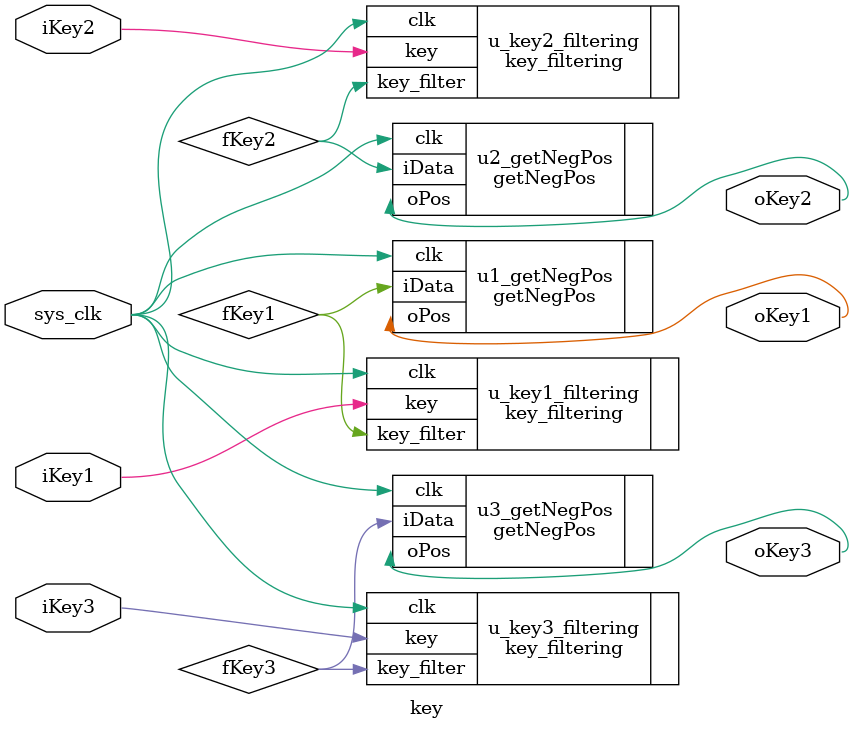
<source format=v>

module key (
    input  wire                         sys_clk                    ,// 50MHz
    input  wire                         iKey1,iKey2,iKey3          ,// 按下为1,松开为0
    output wire                         oKey1,oKey2,oKey3           // 取按下上升沿的1个CLK为1
);

wire                                    fKey1,fKey2,fKey3          ;// filtered key:消抖过的key信号,按下为1,松开为0,单CLK的信号

/* 按键消抖 */
key_filtering u_key1_filtering(
    .clk            ( sys_clk       ),
    .key            ( iKey1         ),
    .key_filter     ( fKey1         ) 
);

key_filtering u_key2_filtering(
    .clk            ( sys_clk       ),
    .key            ( iKey2         ),
    .key_filter     ( fKey2         ) 
);

key_filtering u_key3_filtering(
    .clk            ( sys_clk       ),
    .key            ( iKey3         ),
    .key_filter     ( fKey3         ) 
);

/* 按键上升沿 */
getNegPos u1_getNegPos(
    .clk            ( sys_clk       ),
    .iData          ( fKey1         ),
    .oPos           ( oKey1         )
);

getNegPos u2_getNegPos(
    .clk            ( sys_clk       ),
    .iData          ( fKey2         ),
    .oPos           ( oKey2         )
);

getNegPos u3_getNegPos(
    .clk            ( sys_clk       ),
    .iData          ( fKey3         ),
    .oPos           ( oKey3         )
);

endmodule

</source>
